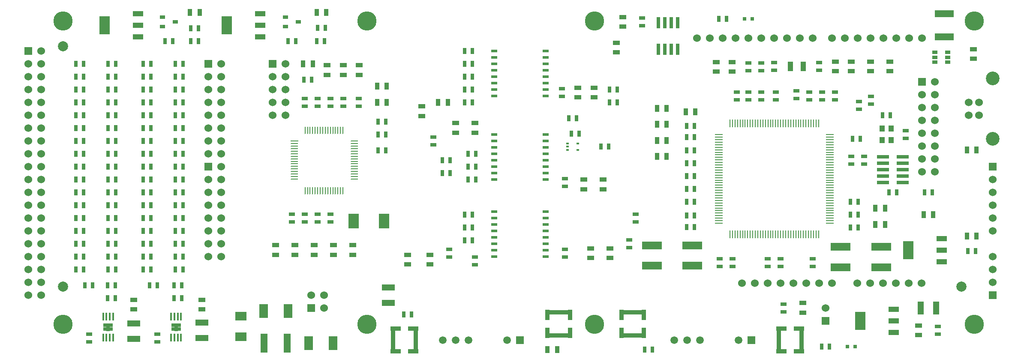
<source format=gts>
G04 #@! TF.GenerationSoftware,KiCad,Pcbnew,(2018-02-14 revision 6afdf1cf8)-makepkg*
G04 #@! TF.CreationDate,2018-02-15T17:47:45+13:00*
G04 #@! TF.ProjectId,arduino-ads129x,61726475696E6F2D616473313239782E,rev?*
G04 #@! TF.SameCoordinates,Original*
G04 #@! TF.FileFunction,Soldermask,Top*
G04 #@! TF.FilePolarity,Negative*
%FSLAX46Y46*%
G04 Gerber Fmt 4.6, Leading zero omitted, Abs format (unit mm)*
G04 Created by KiCad (PCBNEW (2018-02-14 revision 6afdf1cf8)-makepkg) date 02/15/18 17:47:45*
%MOMM*%
%LPD*%
G01*
G04 APERTURE LIST*
%ADD10R,1.099820X1.300480*%
%ADD11R,5.300980X0.949960*%
%ADD12R,0.850900X1.998980*%
%ADD13R,1.143000X0.635000*%
%ADD14R,0.635000X1.143000*%
%ADD15R,1.397000X0.889000*%
%ADD16R,0.949960X5.300980*%
%ADD17R,1.998980X0.850900*%
%ADD18R,1.501140X1.501140*%
%ADD19C,1.501140*%
%ADD20R,1.800860X2.700020*%
%ADD21R,1.524000X1.524000*%
%ADD22C,1.524000*%
%ADD23R,1.000760X0.701040*%
%ADD24R,0.889000X1.397000*%
%ADD25R,2.032000X3.657600*%
%ADD26R,2.032000X1.016000*%
%ADD27R,0.797560X0.797560*%
%ADD28R,0.508000X0.304800*%
%ADD29R,1.270000X2.540000*%
%ADD30R,0.398780X1.600200*%
%ADD31R,0.800100X1.569720*%
%ADD32R,0.706120X0.800100*%
%ADD33R,0.701040X0.800100*%
%ADD34R,2.540000X1.270000*%
%ADD35R,1.143000X0.508000*%
%ADD36R,2.400300X0.759460*%
%ADD37R,4.000500X1.524000*%
%ADD38R,1.397000X3.810000*%
%ADD39R,1.099820X1.899920*%
%ADD40R,3.810000X1.397000*%
%ADD41C,2.700020*%
%ADD42R,1.524000X0.254000*%
%ADD43R,0.254000X1.524000*%
%ADD44R,1.998980X2.999740*%
%ADD45R,1.524000X0.248920*%
%ADD46O,1.524000X0.248920*%
%ADD47O,0.248920X1.524000*%
%ADD48C,3.797300*%
%ADD49C,2.001520*%
%ADD50R,0.701040X2.199640*%
%ADD51R,2.199640X1.800860*%
G04 APERTURE END LIST*
D10*
X211084160Y-76080620D03*
X211084160Y-73779380D03*
X209285840Y-73779380D03*
X209285840Y-76080620D03*
D11*
X160020000Y-110119160D03*
X160020000Y-114670840D03*
D12*
X157794960Y-110644940D03*
X162245040Y-110644940D03*
X157794960Y-114145060D03*
X162245040Y-114145060D03*
D13*
X195625720Y-99484180D03*
X195625720Y-101008180D03*
X177210720Y-99484180D03*
X177210720Y-101008180D03*
X179750720Y-99484180D03*
X179750720Y-101008180D03*
D14*
X172212000Y-78105000D03*
X170688000Y-78105000D03*
X172212000Y-83185000D03*
X170688000Y-83185000D03*
X172212000Y-80645000D03*
X170688000Y-80645000D03*
X172212000Y-85725000D03*
X170688000Y-85725000D03*
X172212000Y-88265000D03*
X170688000Y-88265000D03*
X153797000Y-77343000D03*
X155321000Y-77343000D03*
X147447000Y-71755000D03*
X148971000Y-71755000D03*
X127508000Y-78740000D03*
X129032000Y-78740000D03*
X122428000Y-80010000D03*
X123952000Y-80010000D03*
X122428000Y-82550000D03*
X123952000Y-82550000D03*
X127508000Y-81280000D03*
X129032000Y-81280000D03*
X126873000Y-95885000D03*
X128397000Y-95885000D03*
X126873000Y-93345000D03*
X128397000Y-93345000D03*
X126873000Y-60960000D03*
X128397000Y-60960000D03*
X126873000Y-63500000D03*
X128397000Y-63500000D03*
X109728000Y-78105000D03*
X111252000Y-78105000D03*
X109728000Y-74930000D03*
X111252000Y-74930000D03*
D13*
X189865000Y-109982000D03*
X189865000Y-108458000D03*
D15*
X193675000Y-110172500D03*
X193675000Y-108267500D03*
D16*
X193410840Y-115570000D03*
X188859160Y-115570000D03*
D17*
X192885060Y-113344960D03*
X192885060Y-117795040D03*
X189384940Y-113344960D03*
X189384940Y-117795040D03*
D18*
X183515000Y-115570000D03*
D19*
X180975000Y-115570000D03*
X173355000Y-115570000D03*
X170815000Y-115570000D03*
X168275000Y-115570000D03*
D13*
X161925000Y-51943000D03*
X161925000Y-53467000D03*
D15*
X156845000Y-58737500D03*
X156845000Y-56832500D03*
X158115000Y-51752500D03*
X158115000Y-53657500D03*
D20*
X91935300Y-109855000D03*
X87134700Y-109855000D03*
X100825300Y-116205000D03*
X96024700Y-116205000D03*
D21*
X88900000Y-60960000D03*
D22*
X91440000Y-60960000D03*
X88900000Y-63500000D03*
X91440000Y-63500000D03*
X88900000Y-66040000D03*
X91440000Y-66040000D03*
X88900000Y-68580000D03*
X91440000Y-68580000D03*
X88900000Y-71120000D03*
X91440000Y-71120000D03*
D15*
X227330000Y-60007500D03*
X227330000Y-58102500D03*
D23*
X93980000Y-52705000D03*
X91440000Y-53657500D03*
X91440000Y-51752500D03*
D14*
X97663000Y-56515000D03*
X99187000Y-56515000D03*
X99314000Y-53848000D03*
X97790000Y-53848000D03*
X93472000Y-56515000D03*
X91948000Y-56515000D03*
D24*
X97599500Y-50800000D03*
X99504500Y-50800000D03*
D25*
X79883000Y-53340000D03*
D26*
X86487000Y-53340000D03*
X86487000Y-51054000D03*
X86487000Y-55626000D03*
D25*
X55753000Y-53340000D03*
D26*
X62357000Y-53340000D03*
X62357000Y-51054000D03*
X62357000Y-55626000D03*
D24*
X72580500Y-50800000D03*
X74485500Y-50800000D03*
D14*
X69215000Y-56515000D03*
X67691000Y-56515000D03*
X74295000Y-53975000D03*
X72771000Y-53975000D03*
X72771000Y-56515000D03*
X74295000Y-56515000D03*
D23*
X69723000Y-52705000D03*
X67183000Y-53657500D03*
X67183000Y-51752500D03*
D13*
X185420000Y-62357000D03*
X185420000Y-60833000D03*
D23*
X222250000Y-58737500D03*
X222250000Y-59690000D03*
X222250000Y-60642500D03*
X219710000Y-60642500D03*
X219710000Y-59690000D03*
X219710000Y-58737500D03*
D14*
X178562000Y-52070000D03*
X177038000Y-52070000D03*
D27*
X183629300Y-52070000D03*
X182130700Y-52070000D03*
D22*
X181584600Y-104343200D03*
X184124600Y-104343200D03*
X186664600Y-104343200D03*
X189204600Y-104343200D03*
X191744600Y-104343200D03*
X194284600Y-104343200D03*
X196824600Y-104343200D03*
X199364600Y-104343200D03*
X204419200Y-104343200D03*
X206959200Y-104343200D03*
X209499200Y-104343200D03*
X212039200Y-104343200D03*
X214579200Y-104343200D03*
X217119200Y-104343200D03*
X217195400Y-77216000D03*
X217195400Y-79756000D03*
X217195400Y-82296000D03*
X219735400Y-82296000D03*
X219735400Y-79756000D03*
X219735400Y-77216000D03*
X217195400Y-55880000D03*
X214655400Y-55880000D03*
X212115400Y-55880000D03*
X209575400Y-55880000D03*
X207035400Y-55880000D03*
X204495400Y-55880000D03*
X201955400Y-55880000D03*
X199415400Y-55880000D03*
X195580000Y-55880000D03*
X193040000Y-55880000D03*
X190500000Y-55880000D03*
X187960000Y-55880000D03*
X185420000Y-55880000D03*
X182880000Y-55880000D03*
X180340000Y-55880000D03*
X177800000Y-55880000D03*
X175260000Y-55880000D03*
X172720000Y-55880000D03*
D14*
X149479000Y-74803000D03*
X147955000Y-74803000D03*
D28*
X147193000Y-76708000D03*
X147193000Y-77978000D03*
X149225000Y-76708000D03*
X147193000Y-77343000D03*
X149225000Y-77978000D03*
D29*
X216916000Y-109220000D03*
X219964000Y-109220000D03*
D15*
X216535000Y-112712500D03*
X216535000Y-114617500D03*
D25*
X204978000Y-111760000D03*
D26*
X211582000Y-111760000D03*
X211582000Y-109474000D03*
X211582000Y-114046000D03*
D14*
X109728000Y-72390000D03*
X111252000Y-72390000D03*
D24*
X111442500Y-68580000D03*
X109537500Y-68580000D03*
D13*
X105918000Y-69342000D03*
X105918000Y-67818000D03*
D24*
X111442500Y-65405000D03*
X109537500Y-65405000D03*
D30*
X70825360Y-110929420D03*
X70175120Y-110929420D03*
X69524880Y-110929420D03*
X68874640Y-110929420D03*
X68874640Y-115130580D03*
X69524880Y-115130580D03*
X70175120Y-115130580D03*
X70825360Y-115130580D03*
D31*
X69850000Y-113030000D03*
D32*
X70449440Y-113418620D03*
D33*
X70449440Y-112641380D03*
X69250560Y-113418620D03*
X69250560Y-112641380D03*
D14*
X70993000Y-104775000D03*
X69469000Y-104775000D03*
D15*
X74930000Y-107632500D03*
X74930000Y-109537500D03*
D34*
X74930000Y-115189000D03*
X74930000Y-112141000D03*
D13*
X66167000Y-115951000D03*
X66167000Y-114427000D03*
D14*
X70993000Y-107315000D03*
X69469000Y-107315000D03*
X66167000Y-104775000D03*
X64643000Y-104775000D03*
X53373020Y-104775000D03*
X51849020Y-104775000D03*
X57818020Y-107315000D03*
X56294020Y-107315000D03*
D13*
X52705000Y-115951000D03*
X52705000Y-114427000D03*
D34*
X61501020Y-115316000D03*
X61501020Y-112268000D03*
D15*
X61501020Y-107632500D03*
X61501020Y-109537500D03*
D14*
X57818020Y-104775000D03*
X56294020Y-104775000D03*
D30*
X57396380Y-110929420D03*
X56746140Y-110929420D03*
X56095900Y-110929420D03*
X55445660Y-110929420D03*
X55445660Y-115130580D03*
X56095900Y-115130580D03*
X56746140Y-115130580D03*
X57396380Y-115130580D03*
D31*
X56421020Y-113030000D03*
D32*
X57020460Y-113418620D03*
D33*
X57020460Y-112641380D03*
X55821580Y-113418620D03*
X55821580Y-112641380D03*
D13*
X120650000Y-75438000D03*
X120650000Y-76962000D03*
D15*
X155575000Y-97472500D03*
X155575000Y-99377500D03*
X151765000Y-99377500D03*
X151765000Y-97472500D03*
D13*
X146685000Y-99187000D03*
X146685000Y-97663000D03*
X159385000Y-97282000D03*
X159385000Y-95758000D03*
X160655000Y-92202000D03*
X160655000Y-90678000D03*
D14*
X126873000Y-90805000D03*
X128397000Y-90805000D03*
D13*
X123825000Y-99187000D03*
X123825000Y-97663000D03*
X128905000Y-99187000D03*
X128905000Y-100711000D03*
D15*
X120015000Y-100647500D03*
X120015000Y-98742500D03*
X115570000Y-100647500D03*
X115570000Y-98742500D03*
X125095000Y-74612500D03*
X125095000Y-72707500D03*
X128905000Y-74612500D03*
X128905000Y-72707500D03*
D14*
X129032000Y-83820000D03*
X127508000Y-83820000D03*
D13*
X146685000Y-83693000D03*
X146685000Y-85217000D03*
D15*
X150368000Y-83883500D03*
X150368000Y-85788500D03*
X154178000Y-83883500D03*
X154178000Y-85788500D03*
X152400000Y-65722500D03*
X152400000Y-67627500D03*
X149225000Y-67627500D03*
X149225000Y-65722500D03*
D13*
X146050000Y-67437000D03*
X146050000Y-65913000D03*
D14*
X155448000Y-66040000D03*
X156972000Y-66040000D03*
X155448000Y-68580000D03*
X156972000Y-68580000D03*
X126873000Y-58420000D03*
X128397000Y-58420000D03*
X126873000Y-66040000D03*
X128397000Y-66040000D03*
X128397000Y-68580000D03*
X126873000Y-68580000D03*
D24*
X123507500Y-68580000D03*
X121602500Y-68580000D03*
D15*
X118364000Y-71310500D03*
X118364000Y-69405500D03*
D35*
X142875000Y-99060000D03*
X142875000Y-97790000D03*
X142875000Y-96520000D03*
X142875000Y-95250000D03*
X142875000Y-93980000D03*
X142875000Y-92710000D03*
X142875000Y-91440000D03*
X142875000Y-90170000D03*
X132715000Y-90170000D03*
X132715000Y-91440000D03*
X132715000Y-92710000D03*
X132715000Y-93980000D03*
X132715000Y-95250000D03*
X132715000Y-96520000D03*
X132715000Y-97790000D03*
X132715000Y-99060000D03*
X142875000Y-67310000D03*
X142875000Y-66040000D03*
X142875000Y-64770000D03*
X142875000Y-63500000D03*
X142875000Y-62230000D03*
X142875000Y-60960000D03*
X142875000Y-59690000D03*
X142875000Y-58420000D03*
X132715000Y-58420000D03*
X132715000Y-59690000D03*
X132715000Y-60960000D03*
X132715000Y-62230000D03*
X132715000Y-63500000D03*
X132715000Y-64770000D03*
X132715000Y-66040000D03*
X132715000Y-67310000D03*
X142875000Y-83820000D03*
X142875000Y-82550000D03*
X142875000Y-81280000D03*
X142875000Y-80010000D03*
X142875000Y-78740000D03*
X142875000Y-77470000D03*
X142875000Y-76200000D03*
X142875000Y-74930000D03*
X132715000Y-74930000D03*
X132715000Y-76200000D03*
X132715000Y-77470000D03*
X132715000Y-78740000D03*
X132715000Y-80010000D03*
X132715000Y-81280000D03*
X132715000Y-82550000D03*
X132715000Y-83820000D03*
D21*
X40640000Y-58420000D03*
D22*
X43180000Y-58420000D03*
X40640000Y-71120000D03*
X43180000Y-60960000D03*
X40640000Y-73660000D03*
X43180000Y-63500000D03*
X40640000Y-76200000D03*
X43180000Y-66040000D03*
X40640000Y-78740000D03*
X43180000Y-68580000D03*
X40640000Y-81280000D03*
X43180000Y-71120000D03*
X40640000Y-83820000D03*
X43180000Y-73660000D03*
X40640000Y-86360000D03*
X43180000Y-76200000D03*
X40640000Y-88900000D03*
X43180000Y-78740000D03*
X40640000Y-91440000D03*
X43180000Y-81280000D03*
X40640000Y-93980000D03*
X43180000Y-83820000D03*
X40640000Y-96520000D03*
X43180000Y-86360000D03*
X43180000Y-88900000D03*
X40640000Y-99060000D03*
X43180000Y-91440000D03*
X43180000Y-96520000D03*
X43180000Y-99060000D03*
X43180000Y-101600000D03*
X43180000Y-104140000D03*
X40640000Y-101600000D03*
X40640000Y-104140000D03*
X40640000Y-60960000D03*
X40640000Y-63500000D03*
X40640000Y-66040000D03*
X40640000Y-68580000D03*
X40640000Y-106680000D03*
X43180000Y-106680000D03*
X43180000Y-93980000D03*
D21*
X231140000Y-106680000D03*
D22*
X231140000Y-104140000D03*
X231140000Y-101600000D03*
X231140000Y-99060000D03*
D21*
X231140000Y-81280000D03*
D22*
X231140000Y-83820000D03*
X231140000Y-86360000D03*
X231140000Y-88900000D03*
X231140000Y-91440000D03*
X231140000Y-93980000D03*
D14*
X217678000Y-86360000D03*
X219202000Y-86360000D03*
D13*
X203200000Y-80772000D03*
X203200000Y-79248000D03*
X205740000Y-80772000D03*
X205740000Y-79248000D03*
D14*
X212217000Y-86360000D03*
X210693000Y-86360000D03*
D36*
X213405720Y-84455000D03*
X209504280Y-84455000D03*
X213405720Y-83185000D03*
X209504280Y-83185000D03*
X213405720Y-81915000D03*
X209504280Y-81915000D03*
X213405720Y-80645000D03*
X209504280Y-80645000D03*
X213405720Y-79375000D03*
X209504280Y-79375000D03*
D14*
X203073000Y-93345000D03*
X204597000Y-93345000D03*
D37*
X209105500Y-101185980D03*
X209105500Y-97188020D03*
X201104500Y-101185980D03*
X201104500Y-97188020D03*
D14*
X198882000Y-116840000D03*
X197358000Y-116840000D03*
D27*
X203949300Y-116840000D03*
X202450700Y-116840000D03*
D38*
X87249000Y-116205000D03*
X91821000Y-116205000D03*
D13*
X200025000Y-68072000D03*
X200025000Y-66548000D03*
X197485000Y-68072000D03*
X197485000Y-66548000D03*
X207137000Y-67437000D03*
X207137000Y-68961000D03*
X204724000Y-68453000D03*
X204724000Y-69977000D03*
D39*
X193700400Y-61511180D03*
X191201040Y-61511180D03*
D13*
X196895720Y-62273180D03*
X196895720Y-60749180D03*
X188005720Y-62273180D03*
X188005720Y-60749180D03*
D14*
X209423000Y-71120000D03*
X210947000Y-71120000D03*
D13*
X213995000Y-75692000D03*
X213995000Y-74168000D03*
D24*
X166733220Y-79291180D03*
X164828220Y-79291180D03*
D14*
X172212000Y-75438000D03*
X170688000Y-75438000D03*
D24*
X164828220Y-76116180D03*
X166733220Y-76116180D03*
X226047300Y-78000860D03*
X227952300Y-78000860D03*
D18*
X137795000Y-115570000D03*
D19*
X135255000Y-115570000D03*
X127635000Y-115570000D03*
X125095000Y-115570000D03*
X122555000Y-115570000D03*
D16*
X117210840Y-115570000D03*
X112659160Y-115570000D03*
D17*
X116685060Y-113344960D03*
X116685060Y-117795040D03*
X113184940Y-113344960D03*
X113184940Y-117795040D03*
D11*
X145415000Y-114670840D03*
X145415000Y-110119160D03*
D12*
X147640040Y-114145060D03*
X143189960Y-114145060D03*
X147640040Y-110644940D03*
X143189960Y-110644940D03*
D24*
X145097500Y-117475000D03*
X143192500Y-117475000D03*
D34*
X111760000Y-108204000D03*
X111760000Y-105156000D03*
D14*
X114808000Y-110490000D03*
X116332000Y-110490000D03*
X162433000Y-117475000D03*
X163957000Y-117475000D03*
D21*
X198120000Y-111760000D03*
D22*
X198120000Y-109220000D03*
D21*
X96520000Y-109220000D03*
D22*
X96520000Y-106680000D03*
X99060000Y-109220000D03*
X99060000Y-106680000D03*
D40*
X221615000Y-51054000D03*
X221615000Y-55626000D03*
D22*
X226441000Y-68580000D03*
X226441000Y-71120000D03*
X228439980Y-71120000D03*
X228439980Y-68580000D03*
D41*
X231140000Y-63850520D03*
X231140000Y-75849480D03*
D15*
X203245720Y-62463680D03*
X203245720Y-60558680D03*
D24*
X207962500Y-89535000D03*
X209867500Y-89535000D03*
D14*
X203454000Y-75819000D03*
X204978000Y-75819000D03*
D24*
X209867500Y-92710000D03*
X207962500Y-92710000D03*
D13*
X192405000Y-67818000D03*
X192405000Y-66294000D03*
X186735720Y-99484180D03*
X186735720Y-101008180D03*
X185420000Y-68072000D03*
X185420000Y-66548000D03*
D14*
X172257720Y-90975180D03*
X170733720Y-90975180D03*
D13*
X182880000Y-68072000D03*
X182880000Y-66548000D03*
D24*
X172402500Y-70485000D03*
X170497500Y-70485000D03*
D14*
X203073000Y-90805000D03*
X204597000Y-90805000D03*
D24*
X164828220Y-69766180D03*
X166733220Y-69766180D03*
D14*
X172212000Y-73279000D03*
X170688000Y-73279000D03*
D24*
X166733220Y-72941180D03*
X164828220Y-72941180D03*
D15*
X207055720Y-62463680D03*
X207055720Y-60558680D03*
D13*
X194945000Y-68072000D03*
X194945000Y-66548000D03*
D15*
X210865720Y-60558680D03*
X210865720Y-62463680D03*
X200070720Y-60558680D03*
X200070720Y-62463680D03*
X176530000Y-60642500D03*
X176530000Y-62547500D03*
D13*
X180594000Y-68072000D03*
X180594000Y-66548000D03*
X189275720Y-99484180D03*
X189275720Y-101008180D03*
D14*
X203073000Y-88265000D03*
X204597000Y-88265000D03*
D13*
X188341000Y-68072000D03*
X188341000Y-66548000D03*
D14*
X172257720Y-93261180D03*
X170733720Y-93261180D03*
D13*
X182880000Y-62357000D03*
X182880000Y-60833000D03*
D15*
X179705000Y-62547500D03*
X179705000Y-60642500D03*
D42*
X198991220Y-92486480D03*
X198991220Y-91978480D03*
X198991220Y-91483180D03*
X198991220Y-90987880D03*
X198991220Y-90479880D03*
X198991220Y-89984580D03*
X198991220Y-89489280D03*
X198991220Y-88981280D03*
X198991220Y-88485980D03*
X198991220Y-87990680D03*
X198991220Y-87482680D03*
X198991220Y-86987380D03*
X198991220Y-86492080D03*
X198991220Y-85984080D03*
X198991220Y-85488780D03*
X198991220Y-84993480D03*
X198991220Y-84485480D03*
X198991220Y-83990180D03*
X198991220Y-83482180D03*
X198991220Y-82986880D03*
X198991220Y-82478880D03*
X198991220Y-81983580D03*
X198991220Y-81488280D03*
X198991220Y-80980280D03*
X198991220Y-80484980D03*
X198991220Y-79989680D03*
X198991220Y-79481680D03*
X198991220Y-78986380D03*
X198991220Y-78491080D03*
X198991220Y-77983080D03*
X198991220Y-77487780D03*
X198991220Y-76992480D03*
X198991220Y-76484480D03*
X198991220Y-75989180D03*
X198991220Y-75493880D03*
X198991220Y-74985880D03*
D43*
X182252620Y-72750680D03*
X181757320Y-72750680D03*
X181262020Y-72750680D03*
X180754020Y-72750680D03*
X180258720Y-72750680D03*
X179763420Y-72750680D03*
X179255420Y-72750680D03*
X181757320Y-94721680D03*
X182252620Y-94721680D03*
X182760620Y-94721680D03*
X183255920Y-94721680D03*
X183751220Y-94721680D03*
X184259220Y-94721680D03*
X184754520Y-94721680D03*
X185249820Y-94721680D03*
X185757820Y-94721680D03*
X186253120Y-94721680D03*
X186748420Y-94721680D03*
X187256420Y-94721680D03*
X187751720Y-94721680D03*
X188259720Y-94721680D03*
X188755020Y-94721680D03*
X189263020Y-94721680D03*
X189758320Y-94721680D03*
X190253620Y-94721680D03*
X190761620Y-94721680D03*
X191256920Y-94721680D03*
X191752220Y-94721680D03*
X192260220Y-94721680D03*
X192755520Y-94721680D03*
X193250820Y-94721680D03*
X193758820Y-94721680D03*
X194254120Y-94721680D03*
X194749420Y-94721680D03*
X195257420Y-94721680D03*
X195752720Y-94721680D03*
X196248020Y-94721680D03*
X196756020Y-94721680D03*
X196756020Y-72750680D03*
X196248020Y-72750680D03*
X195752720Y-72750680D03*
X195257420Y-72750680D03*
X194749420Y-72750680D03*
X194254120Y-72750680D03*
X193758820Y-72750680D03*
X193250820Y-72750680D03*
X192755520Y-72750680D03*
X192260220Y-72750680D03*
X191752220Y-72750680D03*
X191256920Y-72750680D03*
X190761620Y-72750680D03*
X190253620Y-72750680D03*
X189758320Y-72750680D03*
X189263020Y-72750680D03*
X188755020Y-72750680D03*
X188259720Y-72750680D03*
X187751720Y-72750680D03*
X187256420Y-72750680D03*
X186748420Y-72750680D03*
X186253120Y-72750680D03*
X185757820Y-72750680D03*
X185249820Y-72750680D03*
X184754520Y-72750680D03*
X184259220Y-72750680D03*
X183751220Y-72750680D03*
X183255920Y-72750680D03*
X182760620Y-72750680D03*
D42*
X177020220Y-77487780D03*
X177020220Y-77983080D03*
X177020220Y-78491080D03*
X177020220Y-78986380D03*
X177020220Y-79481680D03*
X177020220Y-79989680D03*
X177020220Y-80484980D03*
X177020220Y-80980280D03*
X177020220Y-81488280D03*
X177020220Y-81983580D03*
X177020220Y-82478880D03*
X177020220Y-82986880D03*
X177020220Y-83482180D03*
X177020220Y-83990180D03*
X177020220Y-84485480D03*
X177020220Y-84993480D03*
X177020220Y-85488780D03*
X177020220Y-85984080D03*
X177020220Y-86492080D03*
X177020220Y-86987380D03*
X177020220Y-87482680D03*
X177020220Y-87990680D03*
X177020220Y-88485980D03*
X177020220Y-88981280D03*
X177020220Y-89489280D03*
X177020220Y-89984580D03*
X177020220Y-90479880D03*
X177020220Y-90987880D03*
X177020220Y-91483180D03*
X177020220Y-91978480D03*
X177020220Y-92486480D03*
X177020220Y-74985880D03*
X177020220Y-75493880D03*
X177020220Y-75989180D03*
X177020220Y-76484480D03*
X177020220Y-76992480D03*
D43*
X179255420Y-94721680D03*
X179763420Y-94721680D03*
X180258720Y-94721680D03*
X180754020Y-94721680D03*
X181262020Y-94721680D03*
D15*
X89535000Y-96837500D03*
X89535000Y-98742500D03*
X102870000Y-63182500D03*
X102870000Y-61277500D03*
D13*
X102870000Y-69342000D03*
X102870000Y-67818000D03*
D15*
X106045000Y-63182500D03*
X106045000Y-61277500D03*
D14*
X95123000Y-64135000D03*
X96647000Y-64135000D03*
D24*
X94932500Y-60960000D03*
X96837500Y-60960000D03*
D15*
X100965000Y-96837500D03*
X100965000Y-98742500D03*
D13*
X100330000Y-67818000D03*
X100330000Y-69342000D03*
D15*
X99695000Y-61277500D03*
X99695000Y-63182500D03*
X104775000Y-96837500D03*
X104775000Y-98742500D03*
D44*
X104950260Y-92075000D03*
X110949740Y-92075000D03*
D15*
X97155000Y-98742500D03*
X97155000Y-96837500D03*
D13*
X100330000Y-92202000D03*
X100330000Y-90678000D03*
X97790000Y-90678000D03*
X97790000Y-92202000D03*
X92710000Y-90678000D03*
X92710000Y-92202000D03*
X95250000Y-90678000D03*
X95250000Y-92202000D03*
X97790000Y-69342000D03*
X97790000Y-67818000D03*
D15*
X93345000Y-96837500D03*
X93345000Y-98742500D03*
D13*
X95250000Y-69342000D03*
X95250000Y-67818000D03*
D14*
X69723000Y-88900000D03*
X71247000Y-88900000D03*
X56388000Y-88900000D03*
X57912000Y-88900000D03*
X63373000Y-88900000D03*
X64897000Y-88900000D03*
X50038000Y-88900000D03*
X51562000Y-88900000D03*
X50038000Y-86360000D03*
X51562000Y-86360000D03*
X63373000Y-86360000D03*
X64897000Y-86360000D03*
X56388000Y-86360000D03*
X57912000Y-86360000D03*
X69723000Y-86360000D03*
X71247000Y-86360000D03*
X69723000Y-81280000D03*
X71247000Y-81280000D03*
X56388000Y-81280000D03*
X57912000Y-81280000D03*
X63373000Y-81280000D03*
X64897000Y-81280000D03*
X50038000Y-81280000D03*
X51562000Y-81280000D03*
X50038000Y-83820000D03*
X51562000Y-83820000D03*
X63373000Y-83820000D03*
X64897000Y-83820000D03*
X56388000Y-83820000D03*
X57912000Y-83820000D03*
X69723000Y-83820000D03*
X71247000Y-83820000D03*
X69723000Y-93980000D03*
X71247000Y-93980000D03*
X56388000Y-93980000D03*
X57912000Y-93980000D03*
X63373000Y-93980000D03*
X64897000Y-93980000D03*
X50038000Y-93980000D03*
X51562000Y-93980000D03*
X50038000Y-91440000D03*
X51562000Y-91440000D03*
X63373000Y-91440000D03*
X64897000Y-91440000D03*
X56388000Y-91440000D03*
X57912000Y-91440000D03*
X69723000Y-91440000D03*
X71247000Y-91440000D03*
X69723000Y-96520000D03*
X71247000Y-96520000D03*
X56388000Y-96520000D03*
X57912000Y-96520000D03*
X63373000Y-96520000D03*
X64897000Y-96520000D03*
X50038000Y-96520000D03*
X51562000Y-96520000D03*
X50038000Y-99060000D03*
X51562000Y-99060000D03*
X63373000Y-99060000D03*
X64897000Y-99060000D03*
X56388000Y-99060000D03*
X57912000Y-99060000D03*
X69723000Y-99060000D03*
X71247000Y-99060000D03*
X69723000Y-78740000D03*
X71247000Y-78740000D03*
X56388000Y-78740000D03*
X57912000Y-78740000D03*
X63373000Y-78740000D03*
X64897000Y-78740000D03*
X50038000Y-78740000D03*
X51562000Y-78740000D03*
X50038000Y-76200000D03*
X51562000Y-76200000D03*
X63373000Y-76200000D03*
X64897000Y-76200000D03*
X56388000Y-76200000D03*
X57912000Y-76200000D03*
X69723000Y-76200000D03*
X71247000Y-76200000D03*
X69723000Y-71120000D03*
X71247000Y-71120000D03*
X56388000Y-71120000D03*
X57912000Y-71120000D03*
X63373000Y-71120000D03*
X64897000Y-71120000D03*
X50038000Y-71120000D03*
X51562000Y-71120000D03*
X50038000Y-73660000D03*
X51562000Y-73660000D03*
X63373000Y-73660000D03*
X64897000Y-73660000D03*
X56388000Y-73660000D03*
X57912000Y-73660000D03*
X69723000Y-73660000D03*
X71247000Y-73660000D03*
X69723000Y-63500000D03*
X71247000Y-63500000D03*
X56388000Y-63500000D03*
X57912000Y-63500000D03*
X63373000Y-63500000D03*
X64897000Y-63500000D03*
X50038000Y-63500000D03*
X51562000Y-63500000D03*
X50038000Y-60960000D03*
X51562000Y-60960000D03*
X63373000Y-60960000D03*
X64897000Y-60960000D03*
X56388000Y-60960000D03*
X57912000Y-60960000D03*
X69723000Y-60960000D03*
X71247000Y-60960000D03*
X69723000Y-66040000D03*
X71247000Y-66040000D03*
X56388000Y-66040000D03*
X57912000Y-66040000D03*
X63373000Y-66040000D03*
X64897000Y-66040000D03*
X50038000Y-66040000D03*
X51562000Y-66040000D03*
X50038000Y-68580000D03*
X51562000Y-68580000D03*
X63373000Y-68580000D03*
X64897000Y-68580000D03*
X56388000Y-68580000D03*
X57912000Y-68580000D03*
X69723000Y-68580000D03*
X71247000Y-68580000D03*
D21*
X76200000Y-81280000D03*
D22*
X78740000Y-81280000D03*
X76200000Y-83820000D03*
X78740000Y-83820000D03*
X76200000Y-86360000D03*
X78740000Y-86360000D03*
X76200000Y-88900000D03*
X78740000Y-88900000D03*
X76200000Y-91440000D03*
X78740000Y-91440000D03*
X76200000Y-93980000D03*
X78740000Y-93980000D03*
X76200000Y-96520000D03*
X78740000Y-96520000D03*
X76200000Y-99060000D03*
X78740000Y-99060000D03*
D21*
X76200000Y-60960000D03*
D22*
X78740000Y-60960000D03*
X76200000Y-63500000D03*
X78740000Y-63500000D03*
X76200000Y-66040000D03*
X78740000Y-66040000D03*
X76200000Y-68580000D03*
X78740000Y-68580000D03*
X76200000Y-71120000D03*
X78740000Y-71120000D03*
X76200000Y-73660000D03*
X78740000Y-73660000D03*
X76200000Y-76200000D03*
X78740000Y-76200000D03*
X76200000Y-78740000D03*
X78740000Y-78740000D03*
D45*
X93190060Y-76260960D03*
D46*
X93190060Y-76761340D03*
X93190060Y-77261720D03*
X93190060Y-77762100D03*
X93190060Y-78262480D03*
X93190060Y-78760320D03*
X93190060Y-79260700D03*
X93190060Y-79761080D03*
X93190060Y-80261460D03*
X93190060Y-80761840D03*
X93190060Y-81262220D03*
X93190060Y-81760060D03*
X93190060Y-82260440D03*
X93190060Y-82760820D03*
X93190060Y-83261200D03*
X93190060Y-83761580D03*
D47*
X95310960Y-86042500D03*
X95811340Y-86042500D03*
X96311720Y-86042500D03*
X96812100Y-86042500D03*
X97312480Y-86042500D03*
X97810320Y-86042500D03*
X98310700Y-86042500D03*
X98811080Y-86042500D03*
X99311460Y-86042500D03*
X99811840Y-86042500D03*
X100312220Y-86042500D03*
X100810060Y-86042500D03*
X101310440Y-86042500D03*
X101810820Y-86042500D03*
X102311200Y-86042500D03*
X102811580Y-86042500D03*
D46*
X105092500Y-83761580D03*
X105092500Y-83261200D03*
X105092500Y-82760820D03*
X105092500Y-82260440D03*
X105092500Y-81760060D03*
X105092500Y-81262220D03*
X105092500Y-80761840D03*
X105092500Y-80261460D03*
X105092500Y-79761080D03*
X105092500Y-79260700D03*
X105092500Y-78760320D03*
X105092500Y-78262480D03*
X105092500Y-77762100D03*
X105092500Y-77261720D03*
X105092500Y-76761340D03*
X105092500Y-76260960D03*
D47*
X102811580Y-74140060D03*
X102311200Y-74140060D03*
X101310440Y-74140060D03*
X101810820Y-74122280D03*
X100810060Y-74140060D03*
X100312220Y-74140060D03*
X99811840Y-74140060D03*
X99311460Y-74140060D03*
X98811080Y-74140060D03*
X98310700Y-74140060D03*
X97817940Y-74140060D03*
X97317560Y-74140060D03*
X96817180Y-74140060D03*
X96316800Y-74140060D03*
X95818960Y-74140060D03*
X95318580Y-74140060D03*
D25*
X214503000Y-97790000D03*
D26*
X221107000Y-97790000D03*
X221107000Y-95504000D03*
X221107000Y-100076000D03*
D24*
X226047300Y-95001080D03*
X227952300Y-95001080D03*
X219392500Y-90805000D03*
X217487500Y-90805000D03*
D14*
X226237800Y-98000820D03*
X227761800Y-98000820D03*
D13*
X220345000Y-112903000D03*
X220345000Y-114427000D03*
D21*
X217195400Y-64516000D03*
D22*
X219735400Y-64516000D03*
X217195400Y-67056000D03*
X219735400Y-67056000D03*
X217195400Y-69596000D03*
X219735400Y-69596000D03*
X217195400Y-72136000D03*
X219735400Y-72136000D03*
X217195400Y-74676000D03*
X219735400Y-74676000D03*
D14*
X56388000Y-101600000D03*
X57912000Y-101600000D03*
X69723000Y-101600000D03*
X71247000Y-101600000D03*
X50038000Y-101600000D03*
X51562000Y-101600000D03*
X63373000Y-101600000D03*
X64897000Y-101600000D03*
D48*
X47500540Y-52499260D03*
X47500540Y-112499140D03*
X227500180Y-52499260D03*
X227500180Y-112499140D03*
X152499060Y-112499140D03*
X152499060Y-52499260D03*
X107500420Y-112499140D03*
X107500420Y-52499260D03*
D49*
X225000820Y-105001060D03*
X47500540Y-105001060D03*
X47500540Y-57500520D03*
D50*
X165100000Y-58099960D03*
X166370000Y-58099960D03*
X167640000Y-58099960D03*
X168910000Y-58099960D03*
X168910000Y-52898040D03*
X167640000Y-52898040D03*
X166370000Y-52898040D03*
X165100000Y-52898040D03*
D37*
X171813220Y-100914200D03*
X171813220Y-96916240D03*
X163812220Y-100914200D03*
X163812220Y-96916240D03*
D51*
X82677000Y-114909600D03*
X82677000Y-110896400D03*
M02*

</source>
